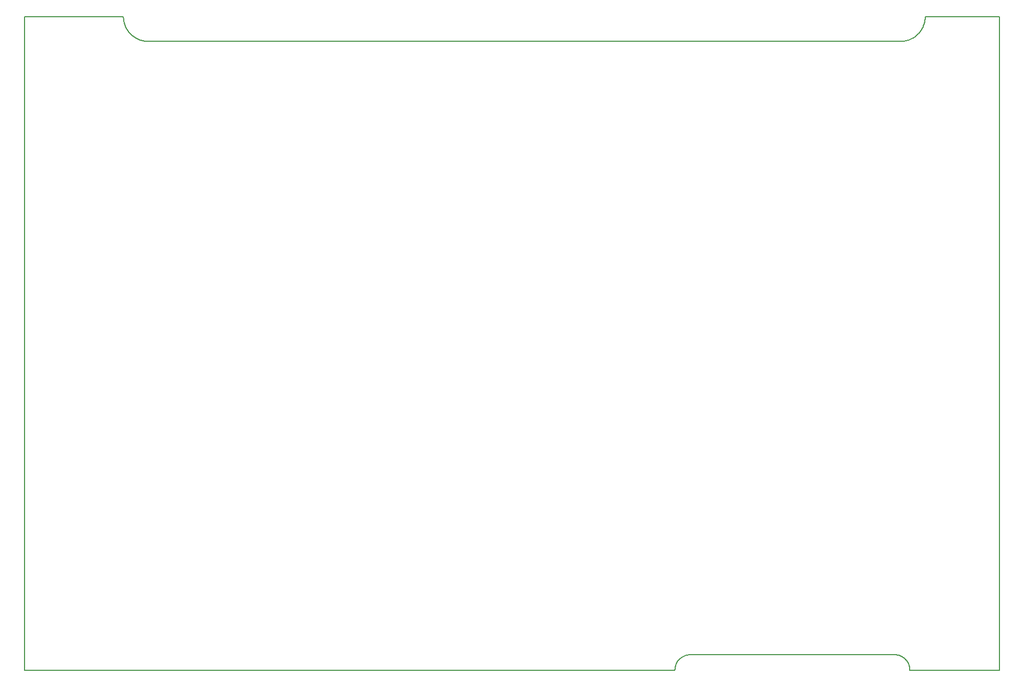
<source format=gbr>
G04 #@! TF.GenerationSoftware,KiCad,Pcbnew,5.0.2-bee76a0~70~ubuntu18.04.1*
G04 #@! TF.CreationDate,2019-06-07T16:13:31+01:00*
G04 #@! TF.ProjectId,leaf_adapter,6c656166-5f61-4646-9170-7465722e6b69,rev?*
G04 #@! TF.SameCoordinates,Original*
G04 #@! TF.FileFunction,Profile,NP*
%FSLAX46Y46*%
G04 Gerber Fmt 4.6, Leading zero omitted, Abs format (unit mm)*
G04 Created by KiCad (PCBNEW 5.0.2-bee76a0~70~ubuntu18.04.1) date Fri 07 Jun 2019 16:13:31 BST*
%MOMM*%
%LPD*%
G01*
G04 APERTURE LIST*
%ADD10C,0.127000*%
G04 APERTURE END LIST*
D10*
X76643920Y-41786020D02*
X76567720Y-41719980D01*
X75330740Y-39555900D02*
X75310420Y-39456840D01*
X75310420Y-39456840D02*
X75295180Y-39357780D01*
X77134140Y-42146700D02*
X77047780Y-42090820D01*
X76280700Y-41432960D02*
X76214660Y-41356760D01*
X75572040Y-40328060D02*
X75533940Y-40234080D01*
X77860580Y-42502300D02*
X77764060Y-42466740D01*
X78642900Y-42705500D02*
X78543840Y-42687720D01*
X75254540Y-38953920D02*
X75249460Y-38852320D01*
X75249460Y-38852320D02*
X75249460Y-38750720D01*
X78945160Y-42738520D02*
X78843560Y-42730900D01*
X75351060Y-39654960D02*
X75330740Y-39555900D01*
X75853980Y-40866540D02*
X75800640Y-40780180D01*
X77670080Y-42426100D02*
X77578640Y-42385460D01*
X75800640Y-40780180D02*
X75752380Y-40691280D01*
X75965740Y-41036720D02*
X75909860Y-40952900D01*
X76963960Y-42034940D02*
X76880140Y-41976520D01*
X77487200Y-42342280D02*
X77395760Y-42296560D01*
X78843560Y-42730900D02*
X78744500Y-42718200D01*
X75376460Y-39754020D02*
X75351060Y-39654960D01*
X76420400Y-41580280D02*
X76349280Y-41506620D01*
X76148620Y-41278020D02*
X76085120Y-41199280D01*
X75752380Y-40691280D02*
X75704120Y-40602380D01*
X78444780Y-42669940D02*
X78345720Y-42647080D01*
X76085120Y-41199280D02*
X76024160Y-41118000D01*
X79249960Y-42751220D02*
X79148360Y-42751220D01*
X76349280Y-41506620D02*
X76280700Y-41432960D01*
X79148360Y-42751220D02*
X79046760Y-42746140D01*
X77395760Y-42296560D02*
X77306860Y-42248300D01*
X77306860Y-42248300D02*
X77220500Y-42197500D01*
X78744500Y-42718200D02*
X78642900Y-42705500D01*
X75432340Y-39949600D02*
X75401860Y-39850540D01*
X75462820Y-40046120D02*
X75432340Y-39949600D01*
X75658400Y-40513480D02*
X75615220Y-40422040D01*
X76214660Y-41356760D02*
X76148620Y-41278020D01*
X75401860Y-39850540D02*
X75376460Y-39754020D01*
X76024160Y-41118000D02*
X75965740Y-41036720D01*
X78147600Y-42596280D02*
X78051080Y-42568340D01*
X77954560Y-42535320D02*
X77860580Y-42502300D01*
X79046760Y-42746140D02*
X78945160Y-42738520D01*
X75269780Y-39157120D02*
X75259620Y-39055520D01*
X75259620Y-39055520D02*
X75254540Y-38953920D01*
X78345720Y-42647080D02*
X78246660Y-42624220D01*
X78543840Y-42687720D02*
X78444780Y-42669940D01*
X75533940Y-40234080D02*
X75498380Y-40140100D01*
X78051080Y-42568340D02*
X77954560Y-42535320D01*
X76801400Y-41915560D02*
X76720120Y-41852060D01*
X76880140Y-41976520D02*
X76801400Y-41915560D01*
X77578640Y-42385460D02*
X77487200Y-42342280D01*
X75704120Y-40602380D02*
X75658400Y-40513480D01*
X77220500Y-42197500D02*
X77134140Y-42146700D01*
X77047780Y-42090820D02*
X76963960Y-42034940D01*
X75295180Y-39357780D02*
X75279940Y-39256180D01*
X75279940Y-39256180D02*
X75269780Y-39157120D01*
X77764060Y-42466740D02*
X77670080Y-42426100D01*
X76494060Y-41651400D02*
X76420400Y-41580280D01*
X76567720Y-41719980D02*
X76494060Y-41651400D01*
X76720120Y-41852060D02*
X76643920Y-41786020D01*
X78246660Y-42624220D02*
X78147600Y-42596280D01*
X75909860Y-40952900D02*
X75853980Y-40866540D01*
X75615220Y-40422040D02*
X75572040Y-40328060D01*
X75498380Y-40140100D02*
X75462820Y-40046120D01*
X59250000Y-144750000D02*
X59250000Y-144750000D01*
X59250000Y-144750000D02*
X164660000Y-144750000D01*
X164660000Y-144750000D02*
X164660000Y-144650940D01*
X164660000Y-144650940D02*
X164667620Y-144551880D01*
X164667620Y-144551880D02*
X164675240Y-144452820D01*
X164675240Y-144452820D02*
X164690480Y-144353760D01*
X164690480Y-144353760D02*
X164708260Y-144254700D01*
X164708260Y-144254700D02*
X164728580Y-144158180D01*
X164728580Y-144158180D02*
X164753980Y-144061660D01*
X164753980Y-144061660D02*
X164781920Y-143965140D01*
X164781920Y-143965140D02*
X164814940Y-143871160D01*
X164814940Y-143871160D02*
X164853040Y-143779720D01*
X164853040Y-143779720D02*
X164891140Y-143688280D01*
X164891140Y-143688280D02*
X164934320Y-143599380D01*
X164934320Y-143599380D02*
X164982580Y-143510480D01*
X164982580Y-143510480D02*
X165033380Y-143424120D01*
X165033380Y-143424120D02*
X165086720Y-143340300D01*
X165086720Y-143340300D02*
X165142600Y-143259020D01*
X165142600Y-143259020D02*
X165203560Y-143177740D01*
X165203560Y-143177740D02*
X165267060Y-143101540D01*
X165267060Y-143101540D02*
X165333100Y-143027880D01*
X165333100Y-143027880D02*
X165401680Y-142954220D01*
X165401680Y-142954220D02*
X165475340Y-142885640D01*
X165475340Y-142885640D02*
X165549000Y-142819600D01*
X165549000Y-142819600D02*
X165625200Y-142756100D01*
X165625200Y-142756100D02*
X165706480Y-142695140D01*
X165706480Y-142695140D02*
X165787760Y-142639260D01*
X165787760Y-142639260D02*
X165871580Y-142585920D01*
X165871580Y-142585920D02*
X165957940Y-142535120D01*
X165957940Y-142535120D02*
X166046840Y-142486860D01*
X166046840Y-142486860D02*
X166135740Y-142443680D01*
X166135740Y-142443680D02*
X166227180Y-142405580D01*
X166227180Y-142405580D02*
X166318620Y-142367480D01*
X166318620Y-142367480D02*
X166412600Y-142334460D01*
X166412600Y-142334460D02*
X166509120Y-142306520D01*
X166509120Y-142306520D02*
X166605640Y-142281120D01*
X166605640Y-142281120D02*
X166702160Y-142260800D01*
X166702160Y-142260800D02*
X166801220Y-142243020D01*
X166801220Y-142243020D02*
X166900280Y-142227780D01*
X166900280Y-142227780D02*
X166999340Y-142220160D01*
X166999340Y-142220160D02*
X167098400Y-142212540D01*
X167098400Y-142212540D02*
X167200000Y-142210000D01*
X167200000Y-142210000D02*
X200220000Y-142210000D01*
X200220000Y-142210000D02*
X200319060Y-142212540D01*
X200319060Y-142212540D02*
X200418120Y-142220160D01*
X200418120Y-142220160D02*
X200517180Y-142227780D01*
X200517180Y-142227780D02*
X200616240Y-142243020D01*
X200616240Y-142243020D02*
X200715300Y-142260800D01*
X200715300Y-142260800D02*
X200811820Y-142281120D01*
X200811820Y-142281120D02*
X200908340Y-142306520D01*
X200908340Y-142306520D02*
X201004860Y-142334460D01*
X201004860Y-142334460D02*
X201098840Y-142367480D01*
X201098840Y-142367480D02*
X201190280Y-142405580D01*
X201190280Y-142405580D02*
X201281720Y-142443680D01*
X201281720Y-142443680D02*
X201370620Y-142486860D01*
X201370620Y-142486860D02*
X201459520Y-142535120D01*
X201459520Y-142535120D02*
X201545880Y-142585920D01*
X201545880Y-142585920D02*
X201629700Y-142639260D01*
X201629700Y-142639260D02*
X201710980Y-142695140D01*
X201710980Y-142695140D02*
X201792260Y-142756100D01*
X201792260Y-142756100D02*
X201868460Y-142819600D01*
X201868460Y-142819600D02*
X201942120Y-142885640D01*
X201942120Y-142885640D02*
X202015780Y-142954220D01*
X202015780Y-142954220D02*
X202084360Y-143027880D01*
X202084360Y-143027880D02*
X202150400Y-143101540D01*
X202150400Y-143101540D02*
X202213900Y-143177740D01*
X202213900Y-143177740D02*
X202274860Y-143259020D01*
X202274860Y-143259020D02*
X202330740Y-143340300D01*
X202330740Y-143340300D02*
X202384080Y-143424120D01*
X202384080Y-143424120D02*
X202434880Y-143510480D01*
X202434880Y-143510480D02*
X202483140Y-143599380D01*
X202483140Y-143599380D02*
X202526320Y-143688280D01*
X202526320Y-143688280D02*
X202564420Y-143779720D01*
X202564420Y-143779720D02*
X202602520Y-143871160D01*
X202602520Y-143871160D02*
X202635540Y-143965140D01*
X202635540Y-143965140D02*
X202663480Y-144061660D01*
X202663480Y-144061660D02*
X202688880Y-144158180D01*
X202688880Y-144158180D02*
X202709200Y-144254700D01*
X202709200Y-144254700D02*
X202726980Y-144353760D01*
X202726980Y-144353760D02*
X202742220Y-144452820D01*
X202742220Y-144452820D02*
X202749840Y-144551880D01*
X202749840Y-144551880D02*
X202757460Y-144650940D01*
X202757460Y-144650940D02*
X202760000Y-144750000D01*
X202760000Y-144750000D02*
X217248160Y-144750000D01*
X217248160Y-144750000D02*
X217248160Y-38750720D01*
X217248160Y-38750720D02*
X205249200Y-38750720D01*
X205249200Y-38750720D02*
X205246660Y-38852320D01*
X205246660Y-38852320D02*
X205244120Y-38953920D01*
X205244120Y-38953920D02*
X205236500Y-39055520D01*
X205236500Y-39055520D02*
X205228880Y-39157120D01*
X205228880Y-39157120D02*
X205216180Y-39256180D01*
X205216180Y-39256180D02*
X205203480Y-39357780D01*
X205203480Y-39357780D02*
X205185700Y-39456840D01*
X205185700Y-39456840D02*
X205167920Y-39555900D01*
X205167920Y-39555900D02*
X205145060Y-39654960D01*
X205145060Y-39654960D02*
X205122200Y-39754020D01*
X205122200Y-39754020D02*
X205094260Y-39850540D01*
X205094260Y-39850540D02*
X205066320Y-39949600D01*
X205066320Y-39949600D02*
X205033300Y-40046120D01*
X205033300Y-40046120D02*
X205000280Y-40140100D01*
X205000280Y-40140100D02*
X204962180Y-40234080D01*
X204962180Y-40234080D02*
X204924080Y-40328060D01*
X204924080Y-40328060D02*
X204883440Y-40422040D01*
X204883440Y-40422040D02*
X204840260Y-40513480D01*
X204840260Y-40513480D02*
X204794540Y-40602380D01*
X204794540Y-40602380D02*
X204746280Y-40691280D01*
X204746280Y-40691280D02*
X204695480Y-40780180D01*
X204695480Y-40780180D02*
X204642140Y-40866540D01*
X204642140Y-40866540D02*
X204588800Y-40952900D01*
X204588800Y-40952900D02*
X204532920Y-41036720D01*
X204532920Y-41036720D02*
X204471960Y-41118000D01*
X204471960Y-41118000D02*
X204411000Y-41199280D01*
X204411000Y-41199280D02*
X204350040Y-41278020D01*
X204350040Y-41278020D02*
X204284000Y-41356760D01*
X204284000Y-41356760D02*
X204217960Y-41432960D01*
X204217960Y-41432960D02*
X204146840Y-41506620D01*
X204146840Y-41506620D02*
X204078260Y-41580280D01*
X204078260Y-41580280D02*
X204004600Y-41651400D01*
X204004600Y-41651400D02*
X203930940Y-41719980D01*
X203930940Y-41719980D02*
X203854740Y-41786020D01*
X203854740Y-41786020D02*
X203776000Y-41852060D01*
X203776000Y-41852060D02*
X203697260Y-41915560D01*
X203697260Y-41915560D02*
X203615980Y-41976520D01*
X203615980Y-41976520D02*
X203534700Y-42034940D01*
X203534700Y-42034940D02*
X203450880Y-42090820D01*
X203450880Y-42090820D02*
X203364520Y-42146700D01*
X203364520Y-42146700D02*
X203278160Y-42197500D01*
X203278160Y-42197500D02*
X203189260Y-42248300D01*
X203189260Y-42248300D02*
X203100360Y-42296560D01*
X203100360Y-42296560D02*
X203011460Y-42342280D01*
X203011460Y-42342280D02*
X202920020Y-42385460D01*
X202920020Y-42385460D02*
X202826040Y-42426100D01*
X202826040Y-42426100D02*
X202732060Y-42466740D01*
X202732060Y-42466740D02*
X202638080Y-42502300D01*
X202638080Y-42502300D02*
X202541560Y-42535320D01*
X202541560Y-42535320D02*
X202445040Y-42568340D01*
X202445040Y-42568340D02*
X202348520Y-42596280D01*
X202348520Y-42596280D02*
X202252000Y-42624220D01*
X202252000Y-42624220D02*
X202152940Y-42647080D01*
X202152940Y-42647080D02*
X202053880Y-42669940D01*
X202053880Y-42669940D02*
X201954820Y-42687720D01*
X201954820Y-42687720D02*
X201853220Y-42705500D01*
X201853220Y-42705500D02*
X201754160Y-42718200D01*
X201754160Y-42718200D02*
X201652560Y-42730900D01*
X201652560Y-42730900D02*
X201553500Y-42738520D01*
X201553500Y-42738520D02*
X201451900Y-42746140D01*
X201451900Y-42746140D02*
X201350300Y-42751220D01*
X201350300Y-42751220D02*
X201248700Y-42751220D01*
X201248700Y-42751220D02*
X79249960Y-42751220D01*
X75249460Y-38750720D02*
X59250000Y-38750720D01*
X59250000Y-38750720D02*
X59250000Y-144750000D01*
M02*

</source>
